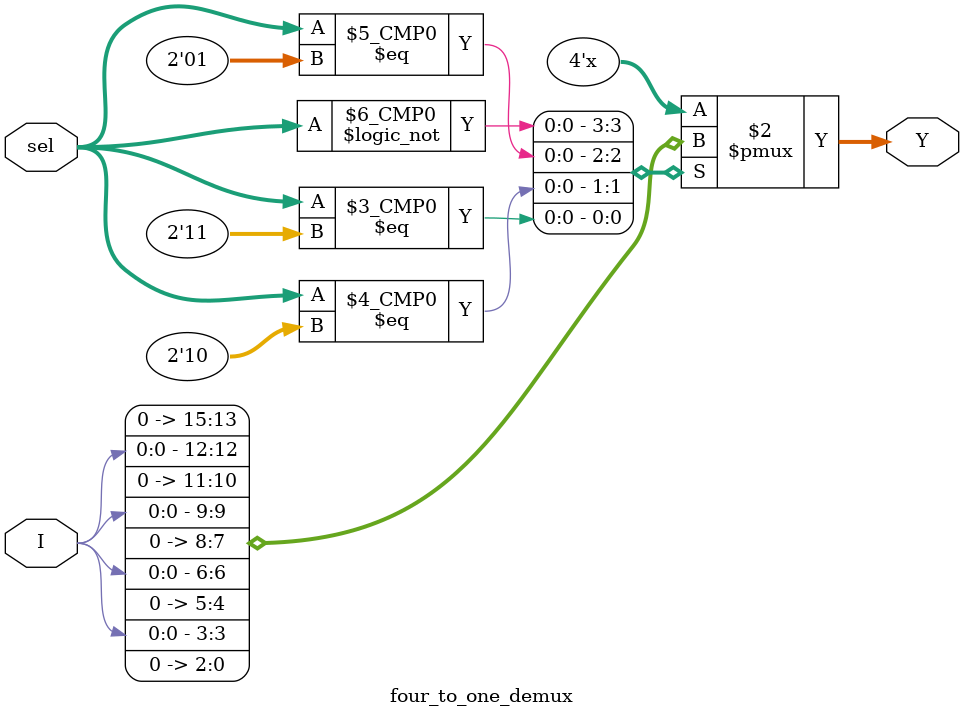
<source format=v>
`timescale 1ns / 1ps


module four_to_one_demux(
    input I,
    input [1:0] sel,
    output reg [3:0] Y
    );
   always @(sel,I)
    case (sel)
        2'b00:Y={3'b000,I};
        2'b01:Y={2'b00,I,1'b0};
        2'b10:Y={1'b0,I,2'b00};
        2'b11:Y={I,3'b000};
   endcase
   
endmodule

</source>
